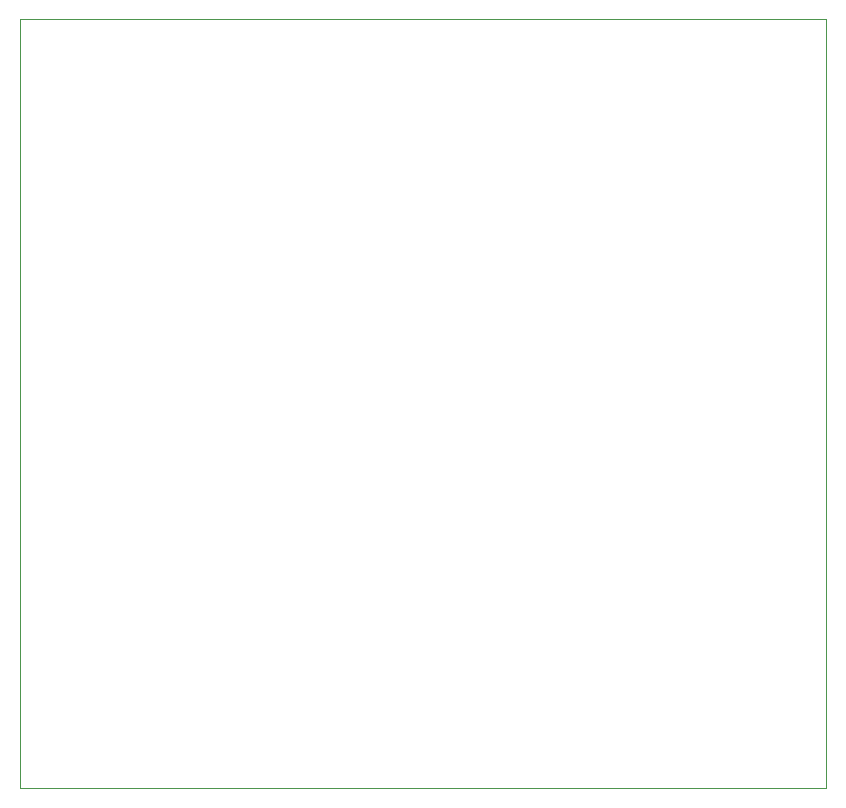
<source format=gbr>
G04 #@! TF.GenerationSoftware,KiCad,Pcbnew,(5.1.5-0-10_14)*
G04 #@! TF.CreationDate,2021-04-05T09:50:08+10:00*
G04 #@! TF.ProjectId,OH - Left Console - 7 - Communication Panel,4f48202d-204c-4656-9674-20436f6e736f,rev?*
G04 #@! TF.SameCoordinates,Original*
G04 #@! TF.FileFunction,Profile,NP*
%FSLAX46Y46*%
G04 Gerber Fmt 4.6, Leading zero omitted, Abs format (unit mm)*
G04 Created by KiCad (PCBNEW (5.1.5-0-10_14)) date 2021-04-05 09:50:08*
%MOMM*%
%LPD*%
G04 APERTURE LIST*
%ADD10C,0.050000*%
G04 APERTURE END LIST*
D10*
X50546000Y-79756000D02*
X50546000Y-144907000D01*
X118745000Y-144907000D02*
X50546000Y-144907000D01*
X118745000Y-79756000D02*
X118745000Y-144907000D01*
X50546000Y-79756000D02*
X118745000Y-79756000D01*
M02*

</source>
